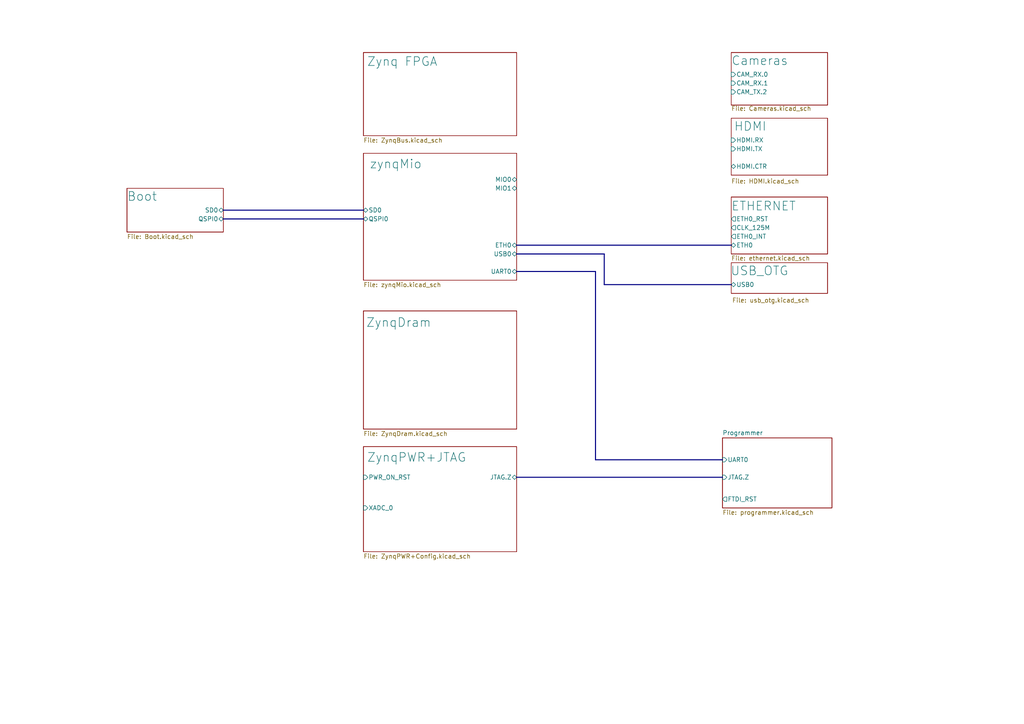
<source format=kicad_sch>
(kicad_sch
	(version 20250114)
	(generator "eeschema")
	(generator_version "9.0")
	(uuid "0637578d-4ce5-4d31-b973-2de977269ea5")
	(paper "A4")
	(lib_symbols)
	(bus
		(pts
			(xy 175.26 82.55) (xy 175.26 73.66)
		)
		(stroke
			(width 0)
			(type default)
		)
		(uuid "0afb096d-35ab-4ab6-8a52-d6b906610afa")
	)
	(bus
		(pts
			(xy 64.77 60.96) (xy 105.41 60.96)
		)
		(stroke
			(width 0)
			(type default)
		)
		(uuid "1e2238f9-7fd1-4d46-bc97-5d58fa652d4a")
	)
	(bus
		(pts
			(xy 172.72 78.74) (xy 149.86 78.74)
		)
		(stroke
			(width 0)
			(type default)
		)
		(uuid "466f1589-f694-4bcc-9f20-28aa3139a29d")
	)
	(bus
		(pts
			(xy 172.72 133.35) (xy 172.72 78.74)
		)
		(stroke
			(width 0)
			(type default)
		)
		(uuid "943e0b84-5d41-4605-92e4-8db34e9550e7")
	)
	(bus
		(pts
			(xy 105.41 63.5) (xy 64.77 63.5)
		)
		(stroke
			(width 0)
			(type default)
		)
		(uuid "981f61fd-ff0a-4677-ae1e-d2017732f85c")
	)
	(bus
		(pts
			(xy 149.86 138.43) (xy 209.55 138.43)
		)
		(stroke
			(width 0)
			(type default)
		)
		(uuid "a00e6ad7-37be-4bc8-abdf-1792fbe1cd27")
	)
	(bus
		(pts
			(xy 149.86 71.12) (xy 212.09 71.12)
		)
		(stroke
			(width 0)
			(type default)
		)
		(uuid "a09e4ede-38fb-45ad-92c8-22b5d49bacbd")
	)
	(bus
		(pts
			(xy 175.26 73.66) (xy 149.86 73.66)
		)
		(stroke
			(width 0)
			(type default)
		)
		(uuid "a399e30b-2d0a-4fa3-b523-f27677f2c5d2")
	)
	(bus
		(pts
			(xy 175.26 82.55) (xy 212.09 82.55)
		)
		(stroke
			(width 0)
			(type default)
		)
		(uuid "a944ba29-90c1-4b76-a15c-88b17fd700fa")
	)
	(bus
		(pts
			(xy 209.55 133.35) (xy 172.72 133.35)
		)
		(stroke
			(width 0)
			(type default)
		)
		(uuid "dc63f301-e920-4fab-93ea-bb4471e66232")
	)
	(sheet
		(at 36.83 54.61)
		(size 27.94 12.7)
		(exclude_from_sim no)
		(in_bom yes)
		(on_board yes)
		(dnp no)
		(stroke
			(width 0.1524)
			(type solid)
		)
		(fill
			(color 0 0 0 0.0000)
		)
		(uuid "054c8c8d-10fe-458e-89fa-3861c8d6d3b7")
		(property "Sheetname" "Boot"
			(at 36.83 58.42 0)
			(effects
				(font
					(size 2.54 2.54)
				)
				(justify left bottom)
			)
		)
		(property "Sheetfile" "Boot.kicad_sch"
			(at 36.83 67.8946 0)
			(effects
				(font
					(size 1.27 1.27)
				)
				(justify left top)
			)
		)
		(pin "QSPI0" bidirectional
			(at 64.77 63.5 0)
			(uuid "8633f5e9-5a86-4feb-a8a0-94d3ba689247")
			(effects
				(font
					(size 1.27 1.27)
				)
				(justify right)
			)
		)
		(pin "SD0" bidirectional
			(at 64.77 60.96 0)
			(uuid "16d9404e-f6eb-429c-b0fb-ad251a1d2d8e")
			(effects
				(font
					(size 1.27 1.27)
				)
				(justify right)
			)
		)
		(instances
			(project "zynq_test"
				(path "/0637578d-4ce5-4d31-b973-2de977269ea5"
					(page "9")
				)
			)
		)
	)
	(sheet
		(at 105.41 129.54)
		(size 44.45 30.48)
		(exclude_from_sim no)
		(in_bom yes)
		(on_board yes)
		(dnp no)
		(stroke
			(width 0.1524)
			(type solid)
		)
		(fill
			(color 0 0 0 0.0000)
		)
		(uuid "571469d6-3394-40d8-b17a-7dc7211f29f5")
		(property "Sheetname" "ZynqPWR+JTAG"
			(at 106.426 134.112 0)
			(effects
				(font
					(size 2.54 2.54)
				)
				(justify left bottom)
			)
		)
		(property "Sheetfile" "ZynqPWR+Config.kicad_sch"
			(at 105.41 160.6046 0)
			(effects
				(font
					(size 1.27 1.27)
				)
				(justify left top)
			)
		)
		(pin "JTAG.Z" bidirectional
			(at 149.86 138.43 0)
			(uuid "0a848e92-5fd7-453a-a985-c36bd3bba89b")
			(effects
				(font
					(size 1.27 1.27)
				)
				(justify right)
			)
		)
		(pin "PWR_ON_RST" input
			(at 105.41 138.43 180)
			(uuid "1cc1d82f-b171-46c5-94b6-45d1ea8f7f5f")
			(effects
				(font
					(size 1.27 1.27)
				)
				(justify left)
			)
		)
		(pin "XADC_0" input
			(at 105.41 147.32 180)
			(uuid "8dc61f8e-c984-47a5-95e7-fd12120360f5")
			(effects
				(font
					(size 1.27 1.27)
				)
				(justify left)
			)
		)
		(instances
			(project "zynq_test"
				(path "/0637578d-4ce5-4d31-b973-2de977269ea5"
					(page "5")
				)
			)
		)
	)
	(sheet
		(at 105.41 90.17)
		(size 44.45 34.29)
		(exclude_from_sim no)
		(in_bom yes)
		(on_board yes)
		(dnp no)
		(stroke
			(width 0.1524)
			(type solid)
		)
		(fill
			(color 0 0 0 0.0000)
		)
		(uuid "920e1ce4-7460-4edb-8921-03ce78d5c203")
		(property "Sheetname" "ZynqDram"
			(at 106.172 94.996 0)
			(effects
				(font
					(size 2.54 2.54)
				)
				(justify left bottom)
			)
		)
		(property "Sheetfile" "ZynqDram.kicad_sch"
			(at 105.41 125.0446 0)
			(effects
				(font
					(size 1.27 1.27)
				)
				(justify left top)
			)
		)
		(instances
			(project "zynq_test"
				(path "/0637578d-4ce5-4d31-b973-2de977269ea5"
					(page "4")
				)
			)
		)
	)
	(sheet
		(at 212.09 34.29)
		(size 27.94 16.51)
		(exclude_from_sim no)
		(in_bom yes)
		(on_board yes)
		(dnp no)
		(stroke
			(width 0.1524)
			(type solid)
		)
		(fill
			(color 0 0 0 0.0000)
		)
		(uuid "b6bdf80f-5419-4b93-bd57-dce09279fadf")
		(property "Sheetname" "HDMI"
			(at 212.852 38.1 0)
			(effects
				(font
					(size 2.54 2.54)
				)
				(justify left bottom)
			)
		)
		(property "Sheetfile" "HDMI.kicad_sch"
			(at 212.09 51.816 0)
			(effects
				(font
					(size 1.27 1.27)
				)
				(justify left top)
			)
		)
		(pin "HDMI.RX" input
			(at 212.09 40.64 180)
			(uuid "554774fb-9c30-47e8-bd31-a65a104e9bbe")
			(effects
				(font
					(size 1.27 1.27)
				)
				(justify left)
			)
		)
		(pin "HDMI.TX" input
			(at 212.09 43.18 180)
			(uuid "4eac444d-e0aa-47d2-8668-1577cd9fcc71")
			(effects
				(font
					(size 1.27 1.27)
				)
				(justify left)
			)
		)
		(pin "HDMI.CTR" bidirectional
			(at 212.09 48.26 180)
			(uuid "7a189eb7-a177-42b3-9775-aeacd42f49a1")
			(effects
				(font
					(size 1.27 1.27)
				)
				(justify left)
			)
		)
		(instances
			(project "zynq_test"
				(path "/0637578d-4ce5-4d31-b973-2de977269ea5"
					(page "8")
				)
			)
		)
	)
	(sheet
		(at 212.09 15.24)
		(size 27.94 15.24)
		(exclude_from_sim no)
		(in_bom yes)
		(on_board yes)
		(dnp no)
		(stroke
			(width 0.1524)
			(type solid)
		)
		(fill
			(color 0 0 0 0.0000)
		)
		(uuid "bfda2b81-ae83-4c43-9b35-8cba40abfb88")
		(property "Sheetname" "Cameras"
			(at 212.09 19.05 0)
			(effects
				(font
					(size 2.54 2.54)
				)
				(justify left bottom)
			)
		)
		(property "Sheetfile" "Cameras.kicad_sch"
			(at 212.09 30.734 0)
			(effects
				(font
					(size 1.27 1.27)
				)
				(justify left top)
			)
		)
		(pin "CAM_RX.0" input
			(at 212.09 21.59 180)
			(uuid "f5ced777-4085-4459-b0f3-793c4cc6bea7")
			(effects
				(font
					(size 1.27 1.27)
				)
				(justify left)
			)
		)
		(pin "CAM_RX.1" input
			(at 212.09 24.13 180)
			(uuid "e0a67a8c-f81d-4be9-ba9c-c2c454efd277")
			(effects
				(font
					(size 1.27 1.27)
				)
				(justify left)
			)
		)
		(pin "CAM_TX.2" input
			(at 212.09 26.67 180)
			(uuid "6391cd68-d9ee-40e2-81eb-3278b493ead6")
			(effects
				(font
					(size 1.27 1.27)
				)
				(justify left)
			)
		)
		(instances
			(project "zynq_test"
				(path "/0637578d-4ce5-4d31-b973-2de977269ea5"
					(page "7")
				)
			)
		)
	)
	(sheet
		(at 212.09 57.15)
		(size 27.94 16.51)
		(exclude_from_sim no)
		(in_bom yes)
		(on_board yes)
		(dnp no)
		(stroke
			(width 0.1524)
			(type solid)
		)
		(fill
			(color 0 0 0 0.0000)
		)
		(uuid "c2781f92-5ea5-4e37-80b2-cda210986130")
		(property "Sheetname" "ETHERNET"
			(at 212.09 61.214 0)
			(effects
				(font
					(size 2.54 2.54)
				)
				(justify left bottom)
			)
		)
		(property "Sheetfile" "ethernet.kicad_sch"
			(at 212.09 74.168 0)
			(effects
				(font
					(size 1.27 1.27)
				)
				(justify left top)
			)
		)
		(pin "ETH0" bidirectional
			(at 212.09 71.12 180)
			(uuid "c597d32f-1600-4a18-9205-ee0a6c47b2a6")
			(effects
				(font
					(size 1.27 1.27)
				)
				(justify left)
			)
		)
		(pin "CLK_125M" output
			(at 212.09 66.04 180)
			(uuid "adba3d75-259c-4de1-9890-e6ddfd75e3f5")
			(effects
				(font
					(size 1.27 1.27)
				)
				(justify left)
			)
		)
		(pin "ETH0_INT" output
			(at 212.09 68.58 180)
			(uuid "5fc3647e-8394-4978-ae44-086ec52fb57b")
			(effects
				(font
					(size 1.27 1.27)
				)
				(justify left)
			)
		)
		(pin "ETH0_RST" output
			(at 212.09 63.5 180)
			(uuid "be8f113c-190c-4f6a-bbf1-2274f706e3b7")
			(effects
				(font
					(size 1.27 1.27)
				)
				(justify left)
			)
		)
		(instances
			(project "zynq_test"
				(path "/0637578d-4ce5-4d31-b973-2de977269ea5"
					(page "11")
				)
			)
		)
	)
	(sheet
		(at 105.41 15.24)
		(size 44.45 24.13)
		(exclude_from_sim no)
		(in_bom yes)
		(on_board yes)
		(dnp no)
		(stroke
			(width 0.1524)
			(type solid)
		)
		(fill
			(color 0 0 0 0.0000)
		)
		(uuid "c459e1b5-5454-4a76-b5d2-e90b165c8789")
		(property "Sheetname" "Zynq FPGA"
			(at 106.426 19.304 0)
			(effects
				(font
					(size 2.54 2.54)
				)
				(justify left bottom)
			)
		)
		(property "Sheetfile" "ZynqBus.kicad_sch"
			(at 105.41 39.9546 0)
			(effects
				(font
					(size 1.27 1.27)
				)
				(justify left top)
			)
		)
		(instances
			(project "zynq_test"
				(path "/0637578d-4ce5-4d31-b973-2de977269ea5"
					(page "3")
				)
			)
		)
	)
	(sheet
		(at 209.55 127)
		(size 31.75 20.32)
		(exclude_from_sim no)
		(in_bom yes)
		(on_board yes)
		(dnp no)
		(fields_autoplaced yes)
		(stroke
			(width 0.1524)
			(type solid)
		)
		(fill
			(color 0 0 0 0.0000)
		)
		(uuid "cbe65b94-50f2-402b-8037-053235586035")
		(property "Sheetname" "Programmer"
			(at 209.55 126.2884 0)
			(effects
				(font
					(size 1.27 1.27)
				)
				(justify left bottom)
			)
		)
		(property "Sheetfile" "programmer.kicad_sch"
			(at 209.55 147.9046 0)
			(effects
				(font
					(size 1.27 1.27)
				)
				(justify left top)
			)
		)
		(pin "JTAG.Z" input
			(at 209.55 138.43 180)
			(uuid "f34d8e7f-30a8-4269-9ba2-783e672f696c")
			(effects
				(font
					(size 1.27 1.27)
				)
				(justify left)
			)
		)
		(pin "UART0" input
			(at 209.55 133.35 180)
			(uuid "532d4ce8-a28d-49e1-93a1-8f7641c51c66")
			(effects
				(font
					(size 1.27 1.27)
				)
				(justify left)
			)
		)
		(pin "FTDI_RST" output
			(at 209.55 144.78 180)
			(uuid "a09b243f-2c9c-47f2-90b9-bc9f142815fd")
			(effects
				(font
					(size 1.27 1.27)
				)
				(justify left)
			)
		)
		(instances
			(project "zynq_test"
				(path "/0637578d-4ce5-4d31-b973-2de977269ea5"
					(page "6")
				)
			)
		)
	)
	(sheet
		(at 105.41 44.45)
		(size 44.45 36.83)
		(exclude_from_sim no)
		(in_bom yes)
		(on_board yes)
		(dnp no)
		(stroke
			(width 0.1524)
			(type solid)
		)
		(fill
			(color 0 0 0 0.0000)
		)
		(uuid "db3711b0-f4a6-4694-bd1d-6c88710ed953")
		(property "Sheetname" "zynqMio"
			(at 107.188 49.022 0)
			(effects
				(font
					(size 2.54 2.54)
				)
				(justify left bottom)
			)
		)
		(property "Sheetfile" "zynqMio.kicad_sch"
			(at 105.41 81.8646 0)
			(effects
				(font
					(size 1.27 1.27)
				)
				(justify left top)
			)
		)
		(pin "ETH0" bidirectional
			(at 149.86 71.12 0)
			(uuid "a88034cc-cf21-4d5f-9f33-1d44e9a7512a")
			(effects
				(font
					(size 1.27 1.27)
				)
				(justify right)
			)
		)
		(pin "SD0" bidirectional
			(at 105.41 60.96 180)
			(uuid "1e77ef8c-2d0a-490f-9671-fc89d5953166")
			(effects
				(font
					(size 1.27 1.27)
				)
				(justify left)
			)
		)
		(pin "USB0" bidirectional
			(at 149.86 73.66 0)
			(uuid "df4f5238-a977-40c1-8082-1b87ff361db6")
			(effects
				(font
					(size 1.27 1.27)
				)
				(justify right)
			)
		)
		(pin "MIO0" bidirectional
			(at 149.86 52.07 0)
			(uuid "ccd3a64c-c283-435c-be45-f142cc054aab")
			(effects
				(font
					(size 1.27 1.27)
				)
				(justify right)
			)
		)
		(pin "MIO1" bidirectional
			(at 149.86 54.61 0)
			(uuid "65c0e82a-923a-4d70-b9d1-7899ca014836")
			(effects
				(font
					(size 1.27 1.27)
				)
				(justify right)
			)
		)
		(pin "QSPI0" bidirectional
			(at 105.41 63.5 180)
			(uuid "ba8bafe8-10b7-4628-8f11-e73a8c8e5265")
			(effects
				(font
					(size 1.27 1.27)
				)
				(justify left)
			)
		)
		(pin "UART0" bidirectional
			(at 149.86 78.74 0)
			(uuid "d4adf320-c78a-45cf-a3fd-38afa7a104ce")
			(effects
				(font
					(size 1.27 1.27)
				)
				(justify right)
			)
		)
		(instances
			(project "zynq_test"
				(path "/0637578d-4ce5-4d31-b973-2de977269ea5"
					(page "2")
				)
			)
		)
	)
	(sheet
		(at 212.09 76.2)
		(size 27.94 8.89)
		(exclude_from_sim no)
		(in_bom yes)
		(on_board yes)
		(dnp no)
		(stroke
			(width 0.1524)
			(type solid)
		)
		(fill
			(color 0 0 0 0.0000)
		)
		(uuid "f230d79d-5f9c-4b40-9d06-9505b0c2c40c")
		(property "Sheetname" "USB_OTG"
			(at 211.836 80.01 0)
			(effects
				(font
					(size 2.54 2.54)
				)
				(justify left bottom)
			)
		)
		(property "Sheetfile" "usb_otg.kicad_sch"
			(at 212.344 86.36 0)
			(effects
				(font
					(size 1.27 1.27)
				)
				(justify left top)
			)
		)
		(pin "USB0" bidirectional
			(at 212.09 82.55 180)
			(uuid "43546430-f688-4729-91d7-9217a5e08982")
			(effects
				(font
					(size 1.27 1.27)
				)
				(justify left)
			)
		)
		(instances
			(project "zynq_test"
				(path "/0637578d-4ce5-4d31-b973-2de977269ea5"
					(page "10")
				)
			)
		)
	)
	(sheet_instances
		(path "/"
			(page "1")
		)
	)
	(embedded_fonts no)
)

</source>
